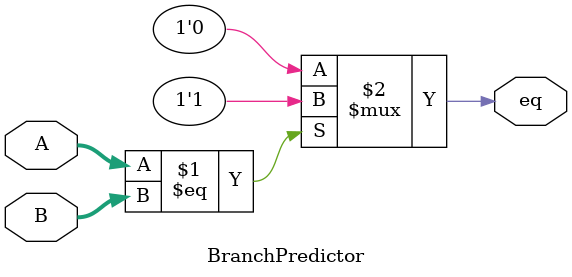
<source format=v>
module BranchPredictor (input [31:0] A, B, output eq);
  assign eq = ( A == B ) ? 1'b1 : 1'b0;
endmodule

</source>
